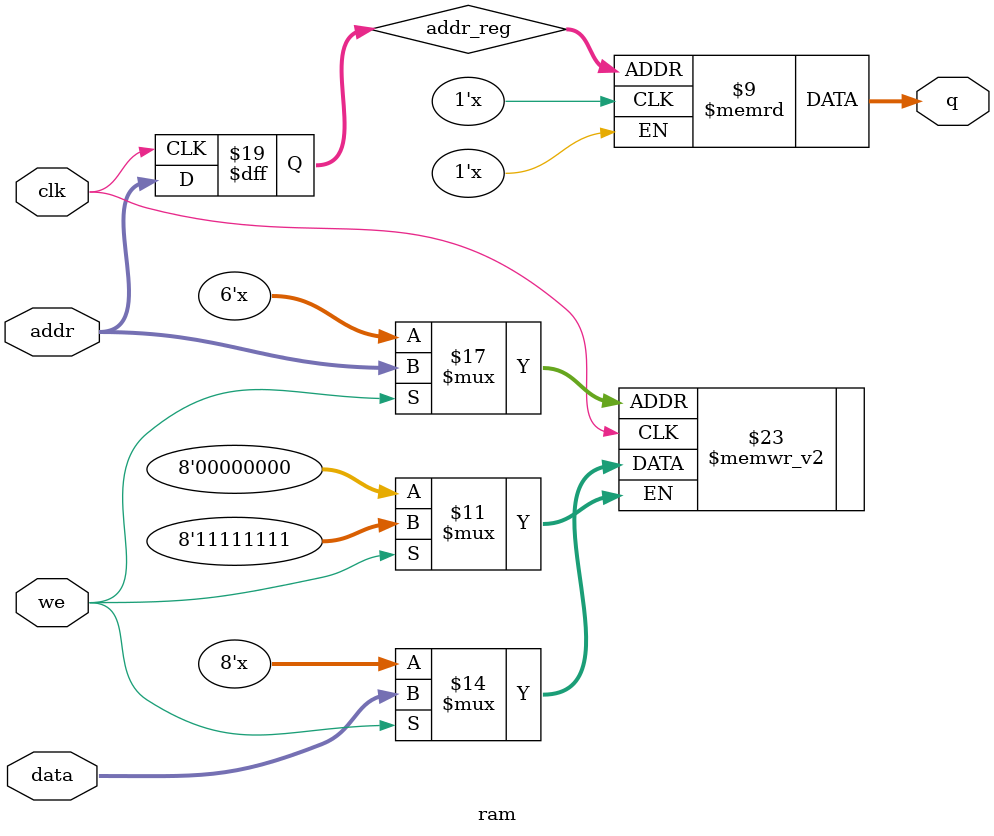
<source format=v>
module ram #(
    parameter ADDR_WIDTH=6,
    parameter DATA_WIDTH=8
) (
    input [DATA_WIDTH-1:0] data,
    input [ADDR_WIDTH-1:0] addr,
    input we, clk,
    output [7:0] q
);
reg [DATA_WIDTH-1:0] ram[2**ADDR_WIDTH-1:0];
// when we is high, write data to ram at address addr
// assign the ram value at address addr to q
reg [ADDR_WIDTH-1:0] addr_reg;
always @ (posedge clk ) begin
if (we) begin 
ram[addr] <= data;
end
addr_reg <= addr;
end
// this is the q output
assign q = ram[addr_reg];
endmodule

</source>
